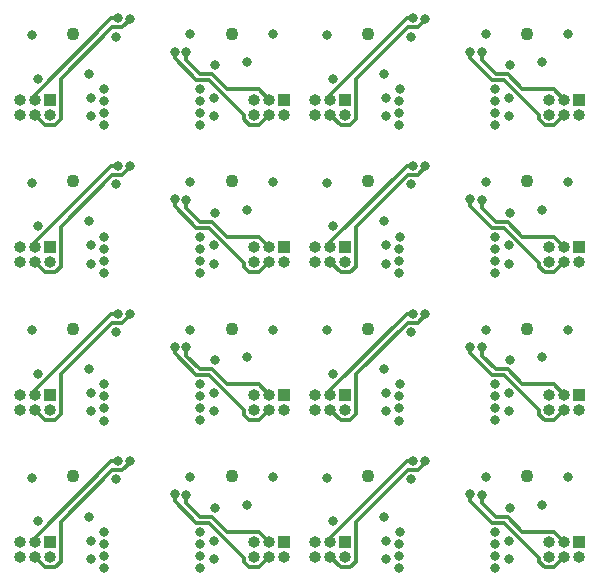
<source format=gbr>
%TF.GenerationSoftware,KiCad,Pcbnew,(5.1.10)-1*%
%TF.CreationDate,2022-01-18T10:01:53+07:00*%
%TF.ProjectId,ADuM_I2C_v3_pnlz2x4,4144754d-5f49-4324-935f-76335f706e6c,rev?*%
%TF.SameCoordinates,Original*%
%TF.FileFunction,Copper,L2,Inr*%
%TF.FilePolarity,Positive*%
%FSLAX46Y46*%
G04 Gerber Fmt 4.6, Leading zero omitted, Abs format (unit mm)*
G04 Created by KiCad (PCBNEW (5.1.10)-1) date 2022-01-18 10:01:53*
%MOMM*%
%LPD*%
G01*
G04 APERTURE LIST*
%TA.AperFunction,ComponentPad*%
%ADD10R,1.000000X1.000000*%
%TD*%
%TA.AperFunction,ComponentPad*%
%ADD11O,1.000000X1.000000*%
%TD*%
%TA.AperFunction,ViaPad*%
%ADD12C,0.800000*%
%TD*%
%TA.AperFunction,ViaPad*%
%ADD13C,1.100000*%
%TD*%
%TA.AperFunction,Conductor*%
%ADD14C,0.300000*%
%TD*%
G04 APERTURE END LIST*
D10*
%TO.N,VCCQ*%
%TO.C,J2*%
X78364000Y-94944000D03*
D11*
%TO.N,GND2*%
X78364000Y-96214000D03*
%TO.N,/SDAq*%
X77094000Y-94944000D03*
%TO.N,/SCLq*%
X77094000Y-96214000D03*
%TO.N,/outa*%
X75824000Y-94944000D03*
%TO.N,/inb*%
X75824000Y-96214000D03*
%TD*%
D10*
%TO.N,VCCQ*%
%TO.C,J2*%
X53364000Y-94944000D03*
D11*
%TO.N,GND2*%
X53364000Y-96214000D03*
%TO.N,/SDAq*%
X52094000Y-94944000D03*
%TO.N,/SCLq*%
X52094000Y-96214000D03*
%TO.N,/outa*%
X50824000Y-94944000D03*
%TO.N,/inb*%
X50824000Y-96214000D03*
%TD*%
D10*
%TO.N,VCCQ*%
%TO.C,J2*%
X78364000Y-82444000D03*
D11*
%TO.N,GND2*%
X78364000Y-83714000D03*
%TO.N,/SDAq*%
X77094000Y-82444000D03*
%TO.N,/SCLq*%
X77094000Y-83714000D03*
%TO.N,/outa*%
X75824000Y-82444000D03*
%TO.N,/inb*%
X75824000Y-83714000D03*
%TD*%
D10*
%TO.N,VCCQ*%
%TO.C,J2*%
X53364000Y-82444000D03*
D11*
%TO.N,GND2*%
X53364000Y-83714000D03*
%TO.N,/SDAq*%
X52094000Y-82444000D03*
%TO.N,/SCLq*%
X52094000Y-83714000D03*
%TO.N,/outa*%
X50824000Y-82444000D03*
%TO.N,/inb*%
X50824000Y-83714000D03*
%TD*%
D10*
%TO.N,VCCQ*%
%TO.C,J2*%
X78364000Y-69944000D03*
D11*
%TO.N,GND2*%
X78364000Y-71214000D03*
%TO.N,/SDAq*%
X77094000Y-69944000D03*
%TO.N,/SCLq*%
X77094000Y-71214000D03*
%TO.N,/outa*%
X75824000Y-69944000D03*
%TO.N,/inb*%
X75824000Y-71214000D03*
%TD*%
D10*
%TO.N,VCCQ*%
%TO.C,J2*%
X53364000Y-69944000D03*
D11*
%TO.N,GND2*%
X53364000Y-71214000D03*
%TO.N,/SDAq*%
X52094000Y-69944000D03*
%TO.N,/SCLq*%
X52094000Y-71214000D03*
%TO.N,/outa*%
X50824000Y-69944000D03*
%TO.N,/inb*%
X50824000Y-71214000D03*
%TD*%
D10*
%TO.N,VCCQ*%
%TO.C,J2*%
X78364000Y-57444000D03*
D11*
%TO.N,GND2*%
X78364000Y-58714000D03*
%TO.N,/SDAq*%
X77094000Y-57444000D03*
%TO.N,/SCLq*%
X77094000Y-58714000D03*
%TO.N,/outa*%
X75824000Y-57444000D03*
%TO.N,/inb*%
X75824000Y-58714000D03*
%TD*%
D10*
%TO.N,/ina*%
%TO.C,J1*%
X98176000Y-94944000D03*
D11*
%TO.N,/outb*%
X98176000Y-96214000D03*
%TO.N,/SDA*%
X96906000Y-94944000D03*
%TO.N,/SCL*%
X96906000Y-96214000D03*
%TO.N,VCC*%
X95636000Y-94944000D03*
%TO.N,GND*%
X95636000Y-96214000D03*
%TD*%
D10*
%TO.N,/ina*%
%TO.C,J1*%
X73176000Y-94944000D03*
D11*
%TO.N,/outb*%
X73176000Y-96214000D03*
%TO.N,/SDA*%
X71906000Y-94944000D03*
%TO.N,/SCL*%
X71906000Y-96214000D03*
%TO.N,VCC*%
X70636000Y-94944000D03*
%TO.N,GND*%
X70636000Y-96214000D03*
%TD*%
D10*
%TO.N,/ina*%
%TO.C,J1*%
X98176000Y-82444000D03*
D11*
%TO.N,/outb*%
X98176000Y-83714000D03*
%TO.N,/SDA*%
X96906000Y-82444000D03*
%TO.N,/SCL*%
X96906000Y-83714000D03*
%TO.N,VCC*%
X95636000Y-82444000D03*
%TO.N,GND*%
X95636000Y-83714000D03*
%TD*%
D10*
%TO.N,/ina*%
%TO.C,J1*%
X73176000Y-82444000D03*
D11*
%TO.N,/outb*%
X73176000Y-83714000D03*
%TO.N,/SDA*%
X71906000Y-82444000D03*
%TO.N,/SCL*%
X71906000Y-83714000D03*
%TO.N,VCC*%
X70636000Y-82444000D03*
%TO.N,GND*%
X70636000Y-83714000D03*
%TD*%
D10*
%TO.N,/ina*%
%TO.C,J1*%
X98176000Y-69944000D03*
D11*
%TO.N,/outb*%
X98176000Y-71214000D03*
%TO.N,/SDA*%
X96906000Y-69944000D03*
%TO.N,/SCL*%
X96906000Y-71214000D03*
%TO.N,VCC*%
X95636000Y-69944000D03*
%TO.N,GND*%
X95636000Y-71214000D03*
%TD*%
D10*
%TO.N,/ina*%
%TO.C,J1*%
X73176000Y-69944000D03*
D11*
%TO.N,/outb*%
X73176000Y-71214000D03*
%TO.N,/SDA*%
X71906000Y-69944000D03*
%TO.N,/SCL*%
X71906000Y-71214000D03*
%TO.N,VCC*%
X70636000Y-69944000D03*
%TO.N,GND*%
X70636000Y-71214000D03*
%TD*%
D10*
%TO.N,/ina*%
%TO.C,J1*%
X98176000Y-57444000D03*
D11*
%TO.N,/outb*%
X98176000Y-58714000D03*
%TO.N,/SDA*%
X96906000Y-57444000D03*
%TO.N,/SCL*%
X96906000Y-58714000D03*
%TO.N,VCC*%
X95636000Y-57444000D03*
%TO.N,GND*%
X95636000Y-58714000D03*
%TD*%
%TO.N,GND*%
%TO.C,J1*%
X70636000Y-58714000D03*
%TO.N,VCC*%
X70636000Y-57444000D03*
%TO.N,/SCL*%
X71906000Y-58714000D03*
%TO.N,/SDA*%
X71906000Y-57444000D03*
%TO.N,/outb*%
X73176000Y-58714000D03*
D10*
%TO.N,/ina*%
X73176000Y-57444000D03*
%TD*%
D11*
%TO.N,/inb*%
%TO.C,J2*%
X50824000Y-58714000D03*
%TO.N,/outa*%
X50824000Y-57444000D03*
%TO.N,/SCLq*%
X52094000Y-58714000D03*
%TO.N,/SDAq*%
X52094000Y-57444000D03*
%TO.N,GND2*%
X53364000Y-58714000D03*
D10*
%TO.N,VCCQ*%
X53364000Y-57444000D03*
%TD*%
D12*
%TO.N,VCC*%
X67207000Y-57291000D03*
D13*
X68731000Y-51856000D03*
D12*
X92207000Y-57291000D03*
X67207000Y-69791000D03*
X92207000Y-69791000D03*
X67207000Y-82291000D03*
X92207000Y-82291000D03*
X67207000Y-94791000D03*
X92207000Y-94791000D03*
D13*
X93731000Y-51856000D03*
X68731000Y-64356000D03*
X93731000Y-64356000D03*
X68731000Y-76856000D03*
X93731000Y-76856000D03*
X68731000Y-89356000D03*
X93731000Y-89356000D03*
D12*
%TO.N,GND*%
X67207000Y-58841000D03*
X92207000Y-58841000D03*
X67207000Y-71341000D03*
X92207000Y-71341000D03*
X67207000Y-83841000D03*
X92207000Y-83841000D03*
X67207000Y-96341000D03*
X92207000Y-96341000D03*
%TO.N,VCCQ*%
X56793000Y-57291000D03*
D13*
X55269000Y-51856000D03*
D12*
X81793000Y-57291000D03*
X56793000Y-69791000D03*
X81793000Y-69791000D03*
X56793000Y-82291000D03*
X81793000Y-82291000D03*
X56793000Y-94791000D03*
X81793000Y-94791000D03*
D13*
X80269000Y-51856000D03*
X55269000Y-64356000D03*
X80269000Y-64356000D03*
X55269000Y-76856000D03*
X80269000Y-76856000D03*
X55269000Y-89356000D03*
X80269000Y-89356000D03*
D12*
%TO.N,GND2*%
X56793000Y-58841000D03*
X81793000Y-58841000D03*
X56793000Y-71341000D03*
X81793000Y-71341000D03*
X56793000Y-83841000D03*
X81793000Y-83841000D03*
X56793000Y-96341000D03*
X81793000Y-96341000D03*
%TO.N,/SCL*%
X63903419Y-53379953D03*
X88903419Y-53379953D03*
X63903419Y-65879953D03*
X88903419Y-65879953D03*
X63903419Y-78379953D03*
X88903419Y-78379953D03*
X63903419Y-90879953D03*
X88903419Y-90879953D03*
%TO.N,/SDA*%
X64902990Y-53409645D03*
X89902990Y-53409645D03*
X64902990Y-65909645D03*
X89902990Y-65909645D03*
X64902990Y-78409645D03*
X89902990Y-78409645D03*
X64902990Y-90909645D03*
X89902990Y-90909645D03*
%TO.N,/SCLq*%
X60110140Y-50590919D03*
X85110140Y-50590919D03*
X60110140Y-63090919D03*
X85110140Y-63090919D03*
X60110140Y-75590919D03*
X85110140Y-75590919D03*
X60110140Y-88090919D03*
X85110140Y-88090919D03*
%TO.N,/SDAq*%
X59110247Y-50575469D03*
X84110247Y-50575469D03*
X59110247Y-63075469D03*
X84110247Y-63075469D03*
X59110247Y-75575469D03*
X84110247Y-75575469D03*
X59110247Y-88075469D03*
X84110247Y-88075469D03*
%TO.N,Net-(Q1-Pad2)*%
X66064000Y-56555000D03*
X67302898Y-54523004D03*
X91064000Y-56555000D03*
X66064000Y-69055000D03*
X91064000Y-69055000D03*
X66064000Y-81555000D03*
X91064000Y-81555000D03*
X66064000Y-94055000D03*
X91064000Y-94055000D03*
X92302898Y-54523004D03*
X67302898Y-67023004D03*
X92302898Y-67023004D03*
X67302898Y-79523004D03*
X92302898Y-79523004D03*
X67302898Y-92023004D03*
X92302898Y-92023004D03*
%TO.N,Net-(Q2-Pad2)*%
X66064000Y-58587000D03*
X65241533Y-51919496D03*
X91064000Y-58587000D03*
X66064000Y-71087000D03*
X91064000Y-71087000D03*
X66064000Y-83587000D03*
X91064000Y-83587000D03*
X66064000Y-96087000D03*
X91064000Y-96087000D03*
X90241533Y-51919496D03*
X65241533Y-64419496D03*
X90241533Y-64419496D03*
X65241533Y-76919496D03*
X90241533Y-76919496D03*
X65241533Y-89419496D03*
X90241533Y-89419496D03*
%TO.N,Net-(Q3-Pad2)*%
X66064000Y-57571000D03*
X70000994Y-54269000D03*
X91064000Y-57571000D03*
X66064000Y-70071000D03*
X91064000Y-70071000D03*
X66064000Y-82571000D03*
X91064000Y-82571000D03*
X66064000Y-95071000D03*
X91064000Y-95071000D03*
X95000994Y-54269000D03*
X70000994Y-66769000D03*
X95000994Y-66769000D03*
X70000994Y-79269000D03*
X95000994Y-79269000D03*
X70000994Y-91769000D03*
X95000994Y-91769000D03*
%TO.N,Net-(Q4-Pad2)*%
X66064000Y-59603000D03*
X72214811Y-51921996D03*
X91064000Y-59603000D03*
X66064000Y-72103000D03*
X91064000Y-72103000D03*
X66064000Y-84603000D03*
X91064000Y-84603000D03*
X66064000Y-97103000D03*
X91064000Y-97103000D03*
X97214811Y-51921996D03*
X72214811Y-64421996D03*
X97214811Y-64421996D03*
X72214811Y-76921996D03*
X97214811Y-76921996D03*
X72214811Y-89421996D03*
X97214811Y-89421996D03*
%TO.N,Net-(Q5-Pad2)*%
X56654010Y-55260265D03*
X57957705Y-56561379D03*
X81654010Y-55260265D03*
X56654010Y-67760265D03*
X81654010Y-67760265D03*
X56654010Y-80260265D03*
X81654010Y-80260265D03*
X56654010Y-92760265D03*
X81654010Y-92760265D03*
X82957705Y-56561379D03*
X57957705Y-69061379D03*
X82957705Y-69061379D03*
X57957705Y-81561379D03*
X82957705Y-81561379D03*
X57957705Y-94061379D03*
X82957705Y-94061379D03*
%TO.N,Net-(Q6-Pad2)*%
X57936000Y-58587000D03*
X58952000Y-52110000D03*
X82936000Y-58587000D03*
X57936000Y-71087000D03*
X82936000Y-71087000D03*
X57936000Y-83587000D03*
X82936000Y-83587000D03*
X57936000Y-96087000D03*
X82936000Y-96087000D03*
X83952000Y-52110000D03*
X58952000Y-64610000D03*
X83952000Y-64610000D03*
X58952000Y-77110000D03*
X83952000Y-77110000D03*
X58952000Y-89610000D03*
X83952000Y-89610000D03*
%TO.N,Net-(Q7-Pad2)*%
X51784577Y-51982726D03*
X57936000Y-57571000D03*
X76784577Y-51982726D03*
X51784577Y-64482726D03*
X76784577Y-64482726D03*
X51784577Y-76982726D03*
X76784577Y-76982726D03*
X51784577Y-89482726D03*
X76784577Y-89482726D03*
X82936000Y-57571000D03*
X57936000Y-70071000D03*
X82936000Y-70071000D03*
X57936000Y-82571000D03*
X82936000Y-82571000D03*
X57936000Y-95071000D03*
X82936000Y-95071000D03*
%TO.N,Net-(Q8-Pad2)*%
X57935957Y-59632135D03*
X52348000Y-55666000D03*
X82935957Y-59632135D03*
X57935957Y-72132135D03*
X82935957Y-72132135D03*
X57935957Y-84632135D03*
X82935957Y-84632135D03*
X57935957Y-97132135D03*
X82935957Y-97132135D03*
X77348000Y-55666000D03*
X52348000Y-68166000D03*
X77348000Y-68166000D03*
X52348000Y-80666000D03*
X77348000Y-80666000D03*
X52348000Y-93166000D03*
X77348000Y-93166000D03*
%TD*%
D14*
%TO.N,/SCL*%
X71055999Y-59564001D02*
X71906000Y-58714000D01*
X70227999Y-59564001D02*
X71055999Y-59564001D01*
X69785999Y-58752999D02*
X69785999Y-59122001D01*
X66826000Y-55793000D02*
X69785999Y-58752999D01*
X69785999Y-59122001D02*
X70227999Y-59564001D01*
X65750781Y-55793000D02*
X66826000Y-55793000D01*
X63903419Y-53945638D02*
X65750781Y-55793000D01*
X63903419Y-53379953D02*
X63903419Y-53945638D01*
X71055999Y-59564001D02*
X71906000Y-58714000D01*
X70227999Y-59564001D02*
X71055999Y-59564001D01*
X69785999Y-58752999D02*
X69785999Y-59122001D01*
X66826000Y-55793000D02*
X69785999Y-58752999D01*
X69785999Y-59122001D02*
X70227999Y-59564001D01*
X65750781Y-55793000D02*
X66826000Y-55793000D01*
X63903419Y-53945638D02*
X65750781Y-55793000D01*
X63903419Y-53379953D02*
X63903419Y-53945638D01*
X96055999Y-59564001D02*
X96906000Y-58714000D01*
X71055999Y-72064001D02*
X71906000Y-71214000D01*
X96055999Y-72064001D02*
X96906000Y-71214000D01*
X71055999Y-84564001D02*
X71906000Y-83714000D01*
X96055999Y-84564001D02*
X96906000Y-83714000D01*
X71055999Y-97064001D02*
X71906000Y-96214000D01*
X96055999Y-97064001D02*
X96906000Y-96214000D01*
X95227999Y-59564001D02*
X96055999Y-59564001D01*
X70227999Y-72064001D02*
X71055999Y-72064001D01*
X95227999Y-72064001D02*
X96055999Y-72064001D01*
X70227999Y-84564001D02*
X71055999Y-84564001D01*
X95227999Y-84564001D02*
X96055999Y-84564001D01*
X70227999Y-97064001D02*
X71055999Y-97064001D01*
X95227999Y-97064001D02*
X96055999Y-97064001D01*
X94785999Y-58752999D02*
X94785999Y-59122001D01*
X69785999Y-71252999D02*
X69785999Y-71622001D01*
X94785999Y-71252999D02*
X94785999Y-71622001D01*
X69785999Y-83752999D02*
X69785999Y-84122001D01*
X94785999Y-83752999D02*
X94785999Y-84122001D01*
X69785999Y-96252999D02*
X69785999Y-96622001D01*
X94785999Y-96252999D02*
X94785999Y-96622001D01*
X91826000Y-55793000D02*
X94785999Y-58752999D01*
X66826000Y-68293000D02*
X69785999Y-71252999D01*
X91826000Y-68293000D02*
X94785999Y-71252999D01*
X66826000Y-80793000D02*
X69785999Y-83752999D01*
X91826000Y-80793000D02*
X94785999Y-83752999D01*
X66826000Y-93293000D02*
X69785999Y-96252999D01*
X91826000Y-93293000D02*
X94785999Y-96252999D01*
X94785999Y-59122001D02*
X95227999Y-59564001D01*
X69785999Y-71622001D02*
X70227999Y-72064001D01*
X94785999Y-71622001D02*
X95227999Y-72064001D01*
X69785999Y-84122001D02*
X70227999Y-84564001D01*
X94785999Y-84122001D02*
X95227999Y-84564001D01*
X69785999Y-96622001D02*
X70227999Y-97064001D01*
X94785999Y-96622001D02*
X95227999Y-97064001D01*
X90750781Y-55793000D02*
X91826000Y-55793000D01*
X65750781Y-68293000D02*
X66826000Y-68293000D01*
X90750781Y-68293000D02*
X91826000Y-68293000D01*
X65750781Y-80793000D02*
X66826000Y-80793000D01*
X90750781Y-80793000D02*
X91826000Y-80793000D01*
X65750781Y-93293000D02*
X66826000Y-93293000D01*
X90750781Y-93293000D02*
X91826000Y-93293000D01*
X88903419Y-53945638D02*
X90750781Y-55793000D01*
X63903419Y-66445638D02*
X65750781Y-68293000D01*
X88903419Y-66445638D02*
X90750781Y-68293000D01*
X63903419Y-78945638D02*
X65750781Y-80793000D01*
X88903419Y-78945638D02*
X90750781Y-80793000D01*
X63903419Y-91445638D02*
X65750781Y-93293000D01*
X88903419Y-91445638D02*
X90750781Y-93293000D01*
X88903419Y-53379953D02*
X88903419Y-53945638D01*
X63903419Y-65879953D02*
X63903419Y-66445638D01*
X88903419Y-65879953D02*
X88903419Y-66445638D01*
X63903419Y-78379953D02*
X63903419Y-78945638D01*
X88903419Y-78379953D02*
X88903419Y-78945638D01*
X63903419Y-90879953D02*
X63903419Y-91445638D01*
X88903419Y-90879953D02*
X88903419Y-91445638D01*
%TO.N,/SDA*%
X64902990Y-54123990D02*
X64902990Y-53409645D01*
X66071990Y-55292990D02*
X64902990Y-54123990D01*
X67087990Y-55292990D02*
X66071990Y-55292990D01*
X68350000Y-56555000D02*
X67087990Y-55292990D01*
X71017000Y-56555000D02*
X68350000Y-56555000D01*
X71906000Y-57444000D02*
X71017000Y-56555000D01*
X64902990Y-54123990D02*
X64902990Y-53409645D01*
X66071990Y-55292990D02*
X64902990Y-54123990D01*
X67087990Y-55292990D02*
X66071990Y-55292990D01*
X68350000Y-56555000D02*
X67087990Y-55292990D01*
X71017000Y-56555000D02*
X68350000Y-56555000D01*
X71906000Y-57444000D02*
X71017000Y-56555000D01*
X89902990Y-54123990D02*
X89902990Y-53409645D01*
X64902990Y-66623990D02*
X64902990Y-65909645D01*
X89902990Y-66623990D02*
X89902990Y-65909645D01*
X64902990Y-79123990D02*
X64902990Y-78409645D01*
X89902990Y-79123990D02*
X89902990Y-78409645D01*
X64902990Y-91623990D02*
X64902990Y-90909645D01*
X89902990Y-91623990D02*
X89902990Y-90909645D01*
X91071990Y-55292990D02*
X89902990Y-54123990D01*
X66071990Y-67792990D02*
X64902990Y-66623990D01*
X91071990Y-67792990D02*
X89902990Y-66623990D01*
X66071990Y-80292990D02*
X64902990Y-79123990D01*
X91071990Y-80292990D02*
X89902990Y-79123990D01*
X66071990Y-92792990D02*
X64902990Y-91623990D01*
X91071990Y-92792990D02*
X89902990Y-91623990D01*
X92087990Y-55292990D02*
X91071990Y-55292990D01*
X67087990Y-67792990D02*
X66071990Y-67792990D01*
X92087990Y-67792990D02*
X91071990Y-67792990D01*
X67087990Y-80292990D02*
X66071990Y-80292990D01*
X92087990Y-80292990D02*
X91071990Y-80292990D01*
X67087990Y-92792990D02*
X66071990Y-92792990D01*
X92087990Y-92792990D02*
X91071990Y-92792990D01*
X93350000Y-56555000D02*
X92087990Y-55292990D01*
X68350000Y-69055000D02*
X67087990Y-67792990D01*
X93350000Y-69055000D02*
X92087990Y-67792990D01*
X68350000Y-81555000D02*
X67087990Y-80292990D01*
X93350000Y-81555000D02*
X92087990Y-80292990D01*
X68350000Y-94055000D02*
X67087990Y-92792990D01*
X93350000Y-94055000D02*
X92087990Y-92792990D01*
X96017000Y-56555000D02*
X93350000Y-56555000D01*
X71017000Y-69055000D02*
X68350000Y-69055000D01*
X96017000Y-69055000D02*
X93350000Y-69055000D01*
X71017000Y-81555000D02*
X68350000Y-81555000D01*
X96017000Y-81555000D02*
X93350000Y-81555000D01*
X71017000Y-94055000D02*
X68350000Y-94055000D01*
X96017000Y-94055000D02*
X93350000Y-94055000D01*
X96906000Y-57444000D02*
X96017000Y-56555000D01*
X71906000Y-69944000D02*
X71017000Y-69055000D01*
X96906000Y-69944000D02*
X96017000Y-69055000D01*
X71906000Y-82444000D02*
X71017000Y-81555000D01*
X96906000Y-82444000D02*
X96017000Y-81555000D01*
X71906000Y-94944000D02*
X71017000Y-94055000D01*
X96906000Y-94944000D02*
X96017000Y-94055000D01*
%TO.N,/SCLq*%
X52944001Y-59564001D02*
X52094000Y-58714000D01*
X53772001Y-59564001D02*
X52944001Y-59564001D01*
X52105998Y-58714000D02*
X52955999Y-59564001D01*
X52955999Y-59564001D02*
X53772001Y-59564001D01*
X52094000Y-58714000D02*
X52105998Y-58714000D01*
X60110140Y-50685578D02*
X60110140Y-50590919D01*
X59470248Y-51325470D02*
X60110140Y-50685578D01*
X54253000Y-55698998D02*
X58626528Y-51325470D01*
X58626528Y-51325470D02*
X59470248Y-51325470D01*
X54253000Y-59083002D02*
X54253000Y-55698998D01*
X53772001Y-59564001D02*
X54253000Y-59083002D01*
X52944001Y-59564001D02*
X52094000Y-58714000D01*
X53772001Y-59564001D02*
X52944001Y-59564001D01*
X52105998Y-58714000D02*
X52955999Y-59564001D01*
X52955999Y-59564001D02*
X53772001Y-59564001D01*
X52094000Y-58714000D02*
X52105998Y-58714000D01*
X60110140Y-50685578D02*
X60110140Y-50590919D01*
X59470248Y-51325470D02*
X60110140Y-50685578D01*
X54253000Y-55698998D02*
X58626528Y-51325470D01*
X58626528Y-51325470D02*
X59470248Y-51325470D01*
X54253000Y-59083002D02*
X54253000Y-55698998D01*
X53772001Y-59564001D02*
X54253000Y-59083002D01*
X77944001Y-59564001D02*
X77094000Y-58714000D01*
X52944001Y-72064001D02*
X52094000Y-71214000D01*
X77944001Y-72064001D02*
X77094000Y-71214000D01*
X52944001Y-84564001D02*
X52094000Y-83714000D01*
X77944001Y-84564001D02*
X77094000Y-83714000D01*
X52944001Y-97064001D02*
X52094000Y-96214000D01*
X77944001Y-97064001D02*
X77094000Y-96214000D01*
X78772001Y-59564001D02*
X77944001Y-59564001D01*
X53772001Y-72064001D02*
X52944001Y-72064001D01*
X78772001Y-72064001D02*
X77944001Y-72064001D01*
X53772001Y-84564001D02*
X52944001Y-84564001D01*
X78772001Y-84564001D02*
X77944001Y-84564001D01*
X53772001Y-97064001D02*
X52944001Y-97064001D01*
X78772001Y-97064001D02*
X77944001Y-97064001D01*
X77105998Y-58714000D02*
X77955999Y-59564001D01*
X52105998Y-71214000D02*
X52955999Y-72064001D01*
X77105998Y-71214000D02*
X77955999Y-72064001D01*
X52105998Y-83714000D02*
X52955999Y-84564001D01*
X77105998Y-83714000D02*
X77955999Y-84564001D01*
X52105998Y-96214000D02*
X52955999Y-97064001D01*
X77105998Y-96214000D02*
X77955999Y-97064001D01*
X77955999Y-59564001D02*
X78772001Y-59564001D01*
X52955999Y-72064001D02*
X53772001Y-72064001D01*
X77955999Y-72064001D02*
X78772001Y-72064001D01*
X52955999Y-84564001D02*
X53772001Y-84564001D01*
X77955999Y-84564001D02*
X78772001Y-84564001D01*
X52955999Y-97064001D02*
X53772001Y-97064001D01*
X77955999Y-97064001D02*
X78772001Y-97064001D01*
X77094000Y-58714000D02*
X77105998Y-58714000D01*
X52094000Y-71214000D02*
X52105998Y-71214000D01*
X77094000Y-71214000D02*
X77105998Y-71214000D01*
X52094000Y-83714000D02*
X52105998Y-83714000D01*
X77094000Y-83714000D02*
X77105998Y-83714000D01*
X52094000Y-96214000D02*
X52105998Y-96214000D01*
X77094000Y-96214000D02*
X77105998Y-96214000D01*
X85110140Y-50685578D02*
X85110140Y-50590919D01*
X60110140Y-63185578D02*
X60110140Y-63090919D01*
X85110140Y-63185578D02*
X85110140Y-63090919D01*
X60110140Y-75685578D02*
X60110140Y-75590919D01*
X85110140Y-75685578D02*
X85110140Y-75590919D01*
X60110140Y-88185578D02*
X60110140Y-88090919D01*
X85110140Y-88185578D02*
X85110140Y-88090919D01*
X84470248Y-51325470D02*
X85110140Y-50685578D01*
X59470248Y-63825470D02*
X60110140Y-63185578D01*
X84470248Y-63825470D02*
X85110140Y-63185578D01*
X59470248Y-76325470D02*
X60110140Y-75685578D01*
X84470248Y-76325470D02*
X85110140Y-75685578D01*
X59470248Y-88825470D02*
X60110140Y-88185578D01*
X84470248Y-88825470D02*
X85110140Y-88185578D01*
X79253000Y-55698998D02*
X83626528Y-51325470D01*
X54253000Y-68198998D02*
X58626528Y-63825470D01*
X79253000Y-68198998D02*
X83626528Y-63825470D01*
X54253000Y-80698998D02*
X58626528Y-76325470D01*
X79253000Y-80698998D02*
X83626528Y-76325470D01*
X54253000Y-93198998D02*
X58626528Y-88825470D01*
X79253000Y-93198998D02*
X83626528Y-88825470D01*
X83626528Y-51325470D02*
X84470248Y-51325470D01*
X58626528Y-63825470D02*
X59470248Y-63825470D01*
X83626528Y-63825470D02*
X84470248Y-63825470D01*
X58626528Y-76325470D02*
X59470248Y-76325470D01*
X83626528Y-76325470D02*
X84470248Y-76325470D01*
X58626528Y-88825470D02*
X59470248Y-88825470D01*
X83626528Y-88825470D02*
X84470248Y-88825470D01*
X79253000Y-59083002D02*
X79253000Y-55698998D01*
X54253000Y-71583002D02*
X54253000Y-68198998D01*
X79253000Y-71583002D02*
X79253000Y-68198998D01*
X54253000Y-84083002D02*
X54253000Y-80698998D01*
X79253000Y-84083002D02*
X79253000Y-80698998D01*
X54253000Y-96583002D02*
X54253000Y-93198998D01*
X79253000Y-96583002D02*
X79253000Y-93198998D01*
X78772001Y-59564001D02*
X79253000Y-59083002D01*
X53772001Y-72064001D02*
X54253000Y-71583002D01*
X78772001Y-72064001D02*
X79253000Y-71583002D01*
X53772001Y-84564001D02*
X54253000Y-84083002D01*
X78772001Y-84564001D02*
X79253000Y-84083002D01*
X53772001Y-97064001D02*
X54253000Y-96583002D01*
X78772001Y-97064001D02*
X79253000Y-96583002D01*
%TO.N,/SDAq*%
X58544562Y-50575469D02*
X59110247Y-50575469D01*
X52094000Y-57026032D02*
X58544562Y-50575469D01*
X52094000Y-57444000D02*
X52094000Y-57026032D01*
X58544562Y-50575469D02*
X59110247Y-50575469D01*
X52094000Y-57026032D02*
X58544562Y-50575469D01*
X52094000Y-57444000D02*
X52094000Y-57026032D01*
X83544562Y-50575469D02*
X84110247Y-50575469D01*
X58544562Y-63075469D02*
X59110247Y-63075469D01*
X83544562Y-63075469D02*
X84110247Y-63075469D01*
X58544562Y-75575469D02*
X59110247Y-75575469D01*
X83544562Y-75575469D02*
X84110247Y-75575469D01*
X58544562Y-88075469D02*
X59110247Y-88075469D01*
X83544562Y-88075469D02*
X84110247Y-88075469D01*
X77094000Y-57026032D02*
X83544562Y-50575469D01*
X52094000Y-69526032D02*
X58544562Y-63075469D01*
X77094000Y-69526032D02*
X83544562Y-63075469D01*
X52094000Y-82026032D02*
X58544562Y-75575469D01*
X77094000Y-82026032D02*
X83544562Y-75575469D01*
X52094000Y-94526032D02*
X58544562Y-88075469D01*
X77094000Y-94526032D02*
X83544562Y-88075469D01*
X77094000Y-57444000D02*
X77094000Y-57026032D01*
X52094000Y-69944000D02*
X52094000Y-69526032D01*
X77094000Y-69944000D02*
X77094000Y-69526032D01*
X52094000Y-82444000D02*
X52094000Y-82026032D01*
X77094000Y-82444000D02*
X77094000Y-82026032D01*
X52094000Y-94944000D02*
X52094000Y-94526032D01*
X77094000Y-94944000D02*
X77094000Y-94526032D01*
%TD*%
M02*

</source>
